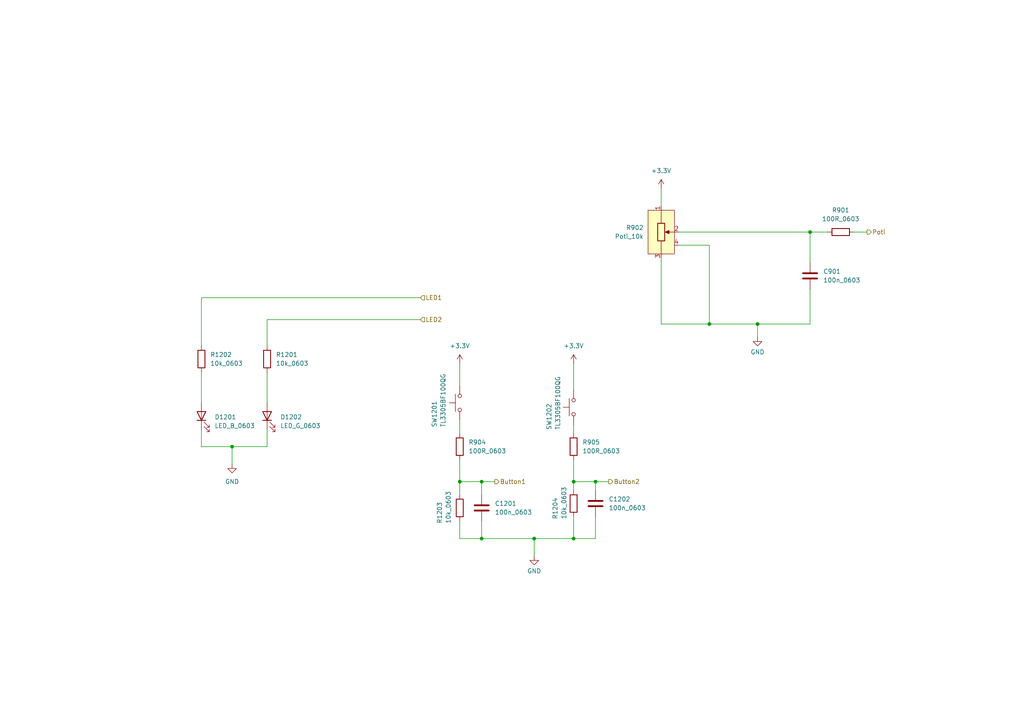
<source format=kicad_sch>
(kicad_sch (version 20250114) (generator "eeschema") (generator_version "9.0")
  (paper "A4")
  (lib_symbols
    (symbol "MYLIB_Misc:Potentiometer" (pin_names (hide yes))
      (property "Reference" "R" (at -7.62 0 90))
      (property "Value" "Poti_10k" (at -5.588 0.508 90))
      (symbol "Potentiometer_0_1"
        (rectangle (start 1.016 2.54) (end -1.016 -2.54) (stroke (width 0.254)))
        (polyline (pts (xy 1.143 0) (xy 2.286 0.508) (xy 2.286 -0.508) (xy 1.143 0)) (fill (type outline)))
        (polyline (pts (xy 2.54 0) (xy 1.524 0)))
      )
      (symbol "Potentiometer_1_1"
        (rectangle (start -3.81 6.35) (end 3.81 -6.35) (fill (type background)))
        (polyline (pts (xy 0 2.54) (xy 0 6.35)))
        (polyline (pts (xy 0 -2.54) (xy 0 -6.35)))
        (polyline (pts (xy 2.54 0) (xy 3.81 0)))
        (pin passive line (at 0 7.62 270) (length 1.27) (name "1") (number "1"))
        (pin passive line (at 0 -7.62 90) (length 1.27) (name "3") (number "3"))
        (pin passive line (at 5.08 0 180) (length 1.27) (name "2") (number "2"))
        (pin passive line (at 5.08 -3.81 180) (length 1.27) (name "4") (number "4"))
        (pin passive line (at 5.08 -3.81 180) (length 1.27) (hide yes) (name "5") (number "5"))
      )
    )
    (symbol "WLIB_C:100n_0603" (pin_numbers (hide yes)) (pin_names (offset 0.254))
      (property "Reference" "C" (at 0.635 2.54 0))
      (property "Value" "100n_0603" (at 0.635 -2.54 0))
      (symbol "100n_0603_0_1"
        (polyline (pts (xy -2.032 0.762) (xy 2.032 0.762)) (stroke (width 0.508)))
        (polyline (pts (xy -2.032 -0.762) (xy 2.032 -0.762)) (stroke (width 0.508)))
      )
      (symbol "100n_0603_1_1"
        (pin passive line (at 0 3.81 270) (length 2.794) (name "~") (number "1"))
        (pin passive line (at 0 -3.81 90) (length 2.794) (name "~") (number "2"))
      )
    )
    (symbol "WLIB_D:LED_B_0603" (pin_numbers (hide yes)) (pin_names (offset 1.016) (hide yes))
      (property "Reference" "D" (at 0 2.54 0))
      (property "Value" "LED_B_0603" (at 0 -3.81 0))
      (symbol "LED_B_0603_0_1"
        (polyline (pts (xy -3.048 -0.762) (xy -4.572 -2.286) (xy -3.81 -2.286) (xy -4.572 -2.286) (xy -4.572 -1.524)))
        (polyline (pts (xy -1.778 -0.762) (xy -3.302 -2.286) (xy -2.54 -2.286) (xy -3.302 -2.286) (xy -3.302 -1.524)))
        (polyline (pts (xy -1.27 0) (xy 1.27 0)))
        (polyline (pts (xy -1.27 -1.27) (xy -1.27 1.27)) (stroke (width 0.254)))
        (polyline (pts (xy 1.27 -1.27) (xy 1.27 1.27) (xy -1.27 0) (xy 1.27 -1.27)) (stroke (width 0.254)))
      )
      (symbol "LED_B_0603_1_1"
        (pin passive line (at -3.81 0 0) (length 2.54) (name "K") (number "1"))
        (pin passive line (at 3.81 0 180) (length 2.54) (name "A") (number "2"))
      )
    )
    (symbol "WLIB_D:LED_G_0603" (pin_numbers (hide yes)) (pin_names (offset 1.016) (hide yes))
      (property "Reference" "D" (at 0 2.54 0))
      (property "Value" "LED_G_0603" (at 0 -3.81 0))
      (symbol "LED_G_0603_0_1"
        (polyline (pts (xy -3.048 -0.762) (xy -4.572 -2.286) (xy -3.81 -2.286) (xy -4.572 -2.286) (xy -4.572 -1.524)))
        (polyline (pts (xy -1.778 -0.762) (xy -3.302 -2.286) (xy -2.54 -2.286) (xy -3.302 -2.286) (xy -3.302 -1.524)))
        (polyline (pts (xy -1.27 0) (xy 1.27 0)))
        (polyline (pts (xy -1.27 -1.27) (xy -1.27 1.27)) (stroke (width 0.254)))
        (polyline (pts (xy 1.27 -1.27) (xy 1.27 1.27) (xy -1.27 0) (xy 1.27 -1.27)) (stroke (width 0.254)))
      )
      (symbol "LED_G_0603_1_1"
        (pin passive line (at -3.81 0 0) (length 2.54) (name "K") (number "1"))
        (pin passive line (at 3.81 0 180) (length 2.54) (name "A") (number "2"))
      )
    )
    (symbol "WLIB_R:100R_0603" (pin_numbers (hide yes)) (pin_names (offset 0))
      (property "Reference" "R" (at 2.032 0 90))
      (property "Value" "100R_0603" (at -2.54 0 90))
      (symbol "100R_0603_0_1"
        (rectangle (start -1.016 -2.54) (end 1.016 2.54) (stroke (width 0.254)))
      )
      (symbol "100R_0603_1_1"
        (pin passive line (at 0 3.81 270) (length 1.27) (name "~") (number "1"))
        (pin passive line (at 0 -3.81 90) (length 1.27) (name "~") (number "2"))
      )
    )
    (symbol "WLIB_R:10k_0603" (pin_numbers (hide yes)) (pin_names (offset 0))
      (property "Reference" "R" (at 2.032 0 90))
      (property "Value" "10k_0603" (at -2.54 0 90))
      (symbol "10k_0603_0_1"
        (rectangle (start -1.016 -2.54) (end 1.016 2.54) (stroke (width 0.254)))
      )
      (symbol "10k_0603_1_1"
        (pin passive line (at 0 3.81 270) (length 1.27) (name "~") (number "1"))
        (pin passive line (at 0 -3.81 90) (length 1.27) (name "~") (number "2"))
      )
    )
    (symbol "WLIB_S:TL3305BF100QG" (pin_numbers (hide yes)) (pin_names (offset 1.016) (hide yes))
      (property "Reference" "SW" (at 1.27 2.54 0))
      (property "Value" "TL3305BF100QG" (at 0 -2.54 0))
      (symbol "TL3305BF100QG_0_1"
        (circle (center -2.032 0) (radius 0.508))
        (polyline (pts (xy 0 1.27) (xy 0 3.048)))
        (circle (center 2.032 0) (radius 0.508))
        (polyline (pts (xy 2.54 1.27) (xy -2.54 1.27)))
        (pin passive line (at -5.08 0 0) (length 2.54) (name "1") (number "1"))
        (pin passive line (at 5.08 0 180) (length 2.54) (name "2") (number "2"))
      )
    )
    (symbol "power:+3.3V" (power) (pin_numbers (hide yes)) (pin_names (offset 0) (hide yes))
      (property "Value" "+3.3V" (at 0 3.556 0))
      (symbol "+3.3V_0_1"
        (polyline (pts (xy -0.762 1.27) (xy 0 2.54)))
        (polyline (pts (xy 0 2.54) (xy 0.762 1.27)))
        (polyline (pts (xy 0 0) (xy 0 2.54)))
      )
      (symbol "+3.3V_1_1"
        (pin power_in line (at 0 0 90) (length 0) (name "~") (number "1"))
      )
    )
    (symbol "power:GND" (power) (pin_numbers (hide yes)) (pin_names (offset 0) (hide yes))
      (property "Value" "GND" (at 0 -3.81 0))
      (symbol "GND_0_1"
        (polyline (pts (xy 0 0) (xy 0 -1.27) (xy 1.27 -1.27) (xy 0 -2.54) (xy -1.27 -1.27) (xy 0 -1.27)))
      )
      (symbol "GND_1_1"
        (pin power_in line (at 0 0 270) (length 0) (name "~") (number "1"))
      )
    )
  )
  (junction (at 133.35 139.7))
  (junction (at 172.72 139.7))
  (junction (at 139.7 156.21))
  (junction (at 166.37 139.7))
  (junction (at 219.71 93.98))
  (junction (at 234.95 67.31))
  (junction (at 166.37 156.21))
  (junction (at 67.31 129.54))
  (junction (at 139.7 139.7))
  (junction (at 205.74 93.98))
  (junction (at 154.94 156.21))
  (wire (pts (xy 154.94 161.29) (xy 154.94 156.21)))
  (wire (pts (xy 67.31 129.54) (xy 77.47 129.54)))
  (wire (pts (xy 77.47 92.71) (xy 77.47 100.33)))
  (wire (pts (xy 77.47 107.95) (xy 77.47 116.84)))
  (wire (pts (xy 172.72 139.7) (xy 176.53 139.7)))
  (wire (pts (xy 219.71 93.98) (xy 219.71 97.79)))
  (wire (pts (xy 166.37 156.21) (xy 172.72 156.21)))
  (wire (pts (xy 133.35 105.41) (xy 133.35 111.76)))
  (wire (pts (xy 133.35 139.7) (xy 133.35 143.51)))
  (wire (pts (xy 139.7 151.13) (xy 139.7 156.21)))
  (wire (pts (xy 219.71 93.98) (xy 234.95 93.98)))
  (wire (pts (xy 154.94 156.21) (xy 139.7 156.21)))
  (wire (pts (xy 139.7 156.21) (xy 133.35 156.21)))
  (wire (pts (xy 234.95 67.31) (xy 234.95 76.2)))
  (wire (pts (xy 154.94 156.21) (xy 166.37 156.21)))
  (wire (pts (xy 191.77 93.98) (xy 205.74 93.98)))
  (wire (pts (xy 205.74 93.98) (xy 219.71 93.98)))
  (wire (pts (xy 166.37 105.41) (xy 166.37 113.03)))
  (wire (pts (xy 58.42 129.54) (xy 67.31 129.54)))
  (wire (pts (xy 133.35 156.21) (xy 133.35 151.13)))
  (wire (pts (xy 133.35 139.7) (xy 139.7 139.7)))
  (wire (pts (xy 172.72 149.86) (xy 172.72 156.21)))
  (wire (pts (xy 205.74 71.12) (xy 205.74 93.98)))
  (wire (pts (xy 133.35 133.35) (xy 133.35 139.7)))
  (wire (pts (xy 166.37 133.35) (xy 166.37 139.7)))
  (wire (pts (xy 166.37 156.21) (xy 166.37 149.86)))
  (wire (pts (xy 166.37 139.7) (xy 166.37 142.24)))
  (wire (pts (xy 234.95 67.31) (xy 240.03 67.31)))
  (wire (pts (xy 58.42 107.95) (xy 58.42 116.84)))
  (wire (pts (xy 139.7 139.7) (xy 143.51 139.7)))
  (wire (pts (xy 121.92 92.71) (xy 77.47 92.71)))
  (wire (pts (xy 166.37 123.19) (xy 166.37 125.73)))
  (wire (pts (xy 247.65 67.31) (xy 251.46 67.31)))
  (wire (pts (xy 77.47 129.54) (xy 77.47 124.46)))
  (wire (pts (xy 67.31 129.54) (xy 67.31 134.62)))
  (wire (pts (xy 196.85 71.12) (xy 205.74 71.12)))
  (wire (pts (xy 234.95 83.82) (xy 234.95 93.98)))
  (wire (pts (xy 121.92 86.36) (xy 58.42 86.36)))
  (wire (pts (xy 166.37 139.7) (xy 172.72 139.7)))
  (wire (pts (xy 196.85 67.31) (xy 234.95 67.31)))
  (wire (pts (xy 58.42 124.46) (xy 58.42 129.54)))
  (wire (pts (xy 191.77 74.93) (xy 191.77 93.98)))
  (wire (pts (xy 139.7 143.51) (xy 139.7 139.7)))
  (wire (pts (xy 191.77 54.61) (xy 191.77 59.69)))
  (wire (pts (xy 58.42 86.36) (xy 58.42 100.33)))
  (wire (pts (xy 133.35 121.92) (xy 133.35 125.73)))
  (wire (pts (xy 172.72 142.24) (xy 172.72 139.7)))
  (hierarchical_label "Button2" (shape output) (at 176.53 139.7 0))
  (hierarchical_label "LED2" (shape input) (at 121.92 92.71 0))
  (hierarchical_label "LED1" (shape input) (at 121.92 86.36 0))
  (hierarchical_label "Poti" (shape output) (at 251.46 67.31 0))
  (hierarchical_label "Button1" (shape output) (at 143.51 139.7 0))
  (symbol (lib_id "power:GND") (at 154.94 161.29 0) (unit 1)
    (property "Reference" "#PWR01204" (effects (hide yes)))
    (property "Value" "GND" (at 154.94 165.608 0))
    (property "Description" "Power symbol creates a global label with name \"GND\" , ground" (effects (hide yes)))
  )
  (symbol (lib_id "power:+3.3V") (at 133.35 105.41 0) (unit 1)
    (property "Reference" "#PWR01202" (effects (hide yes)))
    (property "Value" "+3.3V" (at 133.35 100.33 0))
    (property "Description" "Power symbol creates a global label with name \"+3.3V\"" (effects (hide yes)))
  )
  (symbol (lib_id "WLIB_R:10k_0603") (at 166.37 146.05 0) (unit 1)
    (property "Reference" "R1204" (at 161.036 150.622 90) (effects (justify left)))
    (property "Value" "10k_0603" (at 163.576 150.622 90) (effects (justify left)))
    (property "Footprint" "Resistor_SMD:R_0603_1608Metric" (effects (hide yes)))
    (property "Datasheet" "https://www.farnell.com/datasheets/2860681.pdf" (effects (hide yes)))
    (property "Description" "Resistor" (effects (hide yes)))
    (property "FARNELL" "2447230" (effects (hide yes)))
    (property "Rated Power" "100mW" (effects (hide yes)))
    (property "JLCPCB" "C25804" (effects (hide yes)))
  )
  (symbol (lib_id "WLIB_C:100n_0603") (at 139.7 147.32 0) (unit 1)
    (property "Reference" "C1201" (at 143.51 146.0499 0) (effects (justify left)))
    (property "Value" "100n_0603" (at 143.51 148.5899 0) (effects (justify left)))
    (property "Footprint" "WLIB_Capacitor:C_0603" (effects (hide yes)))
    (property "Datasheet" "https://www.farnell.com/datasheets/2860632.pdf" (effects (hide yes)))
    (property "Description" "Unpolarized capacitor SMD MLCC" (effects (hide yes)))
    (property "FARNELL" "1759037" (effects (hide yes)))
    (property "VDC" "25V" (effects (hide yes)))
    (property "JLCPCB" "C2762593" (effects (hide yes)))
  )
  (symbol (lib_id "MYLIB_Misc:Potentiometer") (at 191.77 67.31 0) (unit 1)
    (property "Reference" "R902" (at 186.69 66.0399 0) (effects (justify right)))
    (property "Value" "Poti_10k" (at 186.69 68.5799 0) (effects (justify right)))
    (property "Footprint" "MYLIB_Misc:RK09D1130A1N" (effects (hide yes)))
    (property "Datasheet" "https://www.mouser.com/catalog/specsheets/AlpsAlpine_3-4-2024_rk09k.pdf" (effects (hide yes)))
    (property "Description" "Compact type potentiometer with 9.8mm width is ideal for designing high density sets" (effects (hide yes)))
    (property "Mouser nr" "688-RK09D1130A1N " (effects (hide yes)))
  )
  (symbol (lib_id "power:+3.3V") (at 191.77 54.61 0) (unit 1)
    (property "Reference" "#PWR0903" (effects (hide yes)))
    (property "Value" "+3.3V" (at 191.77 49.53 0))
    (property "Description" "Power symbol creates a global label with name \"+3.3V\"" (effects (hide yes)))
  )
  (symbol (lib_id "WLIB_R:10k_0603") (at 77.47 104.14 0) (unit 1)
    (property "Reference" "R1201" (at 80.01 102.8699 0) (effects (justify left)))
    (property "Value" "10k_0603" (at 80.01 105.4099 0) (effects (justify left)))
    (property "Footprint" "Resistor_SMD:R_0603_1608Metric" (effects (hide yes)))
    (property "Datasheet" "https://www.farnell.com/datasheets/2860681.pdf" (effects (hide yes)))
    (property "Description" "Resistor" (effects (hide yes)))
    (property "FARNELL" "2447230" (effects (hide yes)))
    (property "Rated Power" "100mW" (effects (hide yes)))
    (property "JLCPCB" "C25804" (effects (hide yes)))
  )
  (symbol (lib_id "WLIB_S:TL3305BF100QG") (at 166.37 118.11 90) (unit 1)
    (property "Reference" "SW1202" (at 159.258 124.714 0) (effects (justify left)))
    (property "Value" "TL3305BF100QG" (at 161.798 124.714 0) (effects (justify left)))
    (property "Footprint" "WLIB_Button_Switch:TL3305BF160QG" (effects (hide yes)))
    (property "Datasheet" "https://www.mouser.de/datasheet/2/140/E_Switch_TL3305-3483957.pdf" (effects (hide yes)))
    (property "Description" "Push button switch, two pins" (effects (hide yes)))
    (property "mouser" "612-TL3305BF100QG" (effects (hide yes)))
    (property "max. current" "50 mA" (effects (hide yes)))
    (property "max. voltage" "12 V" (effects (hide yes)))
  )
  (symbol (lib_id "power:GND") (at 67.31 134.62 0) (unit 1)
    (property "Reference" "#PWR01201" (effects (hide yes)))
    (property "Value" "GND" (at 67.31 139.7 0))
    (property "Description" "Power symbol creates a global label with name \"GND\" , ground" (effects (hide yes)))
  )
  (symbol (lib_id "WLIB_S:TL3305BF100QG") (at 133.35 116.84 90) (unit 1)
    (property "Reference" "SW1201" (at 125.984 123.952 0) (effects (justify left)))
    (property "Value" "TL3305BF100QG" (at 128.524 123.952 0) (effects (justify left)))
    (property "Footprint" "WLIB_Button_Switch:TL3305BF160QG" (effects (hide yes)))
    (property "Datasheet" "https://www.mouser.de/datasheet/2/140/E_Switch_TL3305-3483957.pdf" (effects (hide yes)))
    (property "Description" "Push button switch, two pins" (effects (hide yes)))
    (property "mouser" "612-TL3305BF100QG" (effects (hide yes)))
    (property "max. current" "50 mA" (effects (hide yes)))
    (property "max. voltage" "12 V" (effects (hide yes)))
  )
  (symbol (lib_id "power:GND") (at 219.71 97.79 0) (unit 1)
    (property "Reference" "#PWR0902" (effects (hide yes)))
    (property "Value" "GND" (at 219.71 102.108 0))
    (property "Description" "Power symbol creates a global label with name \"GND\" , ground" (effects (hide yes)))
  )
  (symbol (lib_id "WLIB_R:100R_0603") (at 133.35 129.54 0) (unit 1)
    (property "Reference" "R904" (at 135.89 128.2699 0) (effects (justify left)))
    (property "Value" "100R_0603" (at 135.89 130.8099 0) (effects (justify left)))
    (property "Footprint" "Resistor_SMD:R_0603_1608Metric" (effects (hide yes)))
    (property "Datasheet" "https://www.farnell.com/datasheets/1862611.pdf" (effects (hide yes)))
    (property "Description" "Resistor" (effects (hide yes)))
    (property "FARNELL" "2078901" (effects (hide yes)))
    (property "Rated Power" "100mW" (effects (hide yes)))
    (property "JLCPCB" "C491168" (effects (hide yes)))
  )
  (symbol (lib_id "WLIB_R:100R_0603") (at 243.84 67.31 90) (unit 1)
    (property "Reference" "R901" (at 243.84 60.96 90))
    (property "Value" "100R_0603" (at 243.84 63.5 90))
    (property "Footprint" "Resistor_SMD:R_0603_1608Metric" (effects (hide yes)))
    (property "Datasheet" "https://www.farnell.com/datasheets/1862611.pdf" (effects (hide yes)))
    (property "Description" "Resistor" (effects (hide yes)))
    (property "FARNELL" "2078901" (effects (hide yes)))
    (property "Rated Power" "100mW" (effects (hide yes)))
    (property "JLCPCB" "C491168" (effects (hide yes)))
  )
  (symbol (lib_id "WLIB_R:10k_0603") (at 58.42 104.14 0) (unit 1)
    (property "Reference" "R1202" (at 60.96 102.8699 0) (effects (justify left)))
    (property "Value" "10k_0603" (at 60.96 105.4099 0) (effects (justify left)))
    (property "Footprint" "Resistor_SMD:R_0603_1608Metric" (effects (hide yes)))
    (property "Datasheet" "https://www.farnell.com/datasheets/2860681.pdf" (effects (hide yes)))
    (property "Description" "Resistor" (effects (hide yes)))
    (property "FARNELL" "2447230" (effects (hide yes)))
    (property "Rated Power" "100mW" (effects (hide yes)))
    (property "JLCPCB" "C25804" (effects (hide yes)))
  )
  (symbol (lib_id "WLIB_D:LED_G_0603") (at 77.47 120.65 90) (unit 1)
    (property "Reference" "D1202" (at 81.28 120.9674 90) (effects (justify right)))
    (property "Value" "LED_G_0603" (at 81.28 123.5074 90) (effects (justify right)))
    (property "Footprint" "WLIB_DO:LED_0603_1608Metric" (effects (hide yes)))
    (property "Datasheet" "https://www.farnell.com/datasheets/2068423.pdf" (effects (hide yes)))
    (property "Description" "Light emitting diode" (effects (hide yes)))
    (property "FARNELL" "2610409" (effects (hide yes)))
    (property "Max DC Current" "25mA" (effects (hide yes)))
    (property "Forward Voltage" "2.65 V @ 2mA" (effects (hide yes)))
    (property "JLCPCB" "C965805" (effects (hide yes)))
  )
  (symbol (lib_id "WLIB_R:100R_0603") (at 166.37 129.54 0) (unit 1)
    (property "Reference" "R905" (at 168.91 128.2699 0) (effects (justify left)))
    (property "Value" "100R_0603" (at 168.91 130.8099 0) (effects (justify left)))
    (property "Footprint" "Resistor_SMD:R_0603_1608Metric" (effects (hide yes)))
    (property "Datasheet" "https://www.farnell.com/datasheets/1862611.pdf" (effects (hide yes)))
    (property "Description" "Resistor" (effects (hide yes)))
    (property "FARNELL" "2078901" (effects (hide yes)))
    (property "Rated Power" "100mW" (effects (hide yes)))
    (property "JLCPCB" "C491168" (effects (hide yes)))
  )
  (symbol (lib_id "WLIB_R:10k_0603") (at 133.35 147.32 0) (unit 1)
    (property "Reference" "R1203" (at 127.508 151.892 90) (effects (justify left)))
    (property "Value" "10k_0603" (at 130.048 151.892 90) (effects (justify left)))
    (property "Footprint" "Resistor_SMD:R_0603_1608Metric" (effects (hide yes)))
    (property "Datasheet" "https://www.farnell.com/datasheets/2860681.pdf" (effects (hide yes)))
    (property "Description" "Resistor" (effects (hide yes)))
    (property "FARNELL" "2447230" (effects (hide yes)))
    (property "Rated Power" "100mW" (effects (hide yes)))
    (property "JLCPCB" "C25804" (effects (hide yes)))
  )
  (symbol (lib_id "WLIB_C:100n_0603") (at 234.95 80.01 0) (unit 1)
    (property "Reference" "C901" (at 238.76 78.7399 0) (effects (justify left)))
    (property "Value" "100n_0603" (at 238.76 81.2799 0) (effects (justify left)))
    (property "Footprint" "WLIB_Capacitor:C_0603" (effects (hide yes)))
    (property "Datasheet" "https://www.farnell.com/datasheets/2860632.pdf" (effects (hide yes)))
    (property "Description" "Unpolarized capacitor SMD MLCC" (effects (hide yes)))
    (property "FARNELL" "1759037" (effects (hide yes)))
    (property "VDC" "25V" (effects (hide yes)))
    (property "JLCPCB" "C2762593" (effects (hide yes)))
  )
  (symbol (lib_id "WLIB_C:100n_0603") (at 172.72 146.05 0) (unit 1)
    (property "Reference" "C1202" (at 176.53 144.7799 0) (effects (justify left)))
    (property "Value" "100n_0603" (at 176.53 147.3199 0) (effects (justify left)))
    (property "Footprint" "WLIB_Capacitor:C_0603" (effects (hide yes)))
    (property "Datasheet" "https://www.farnell.com/datasheets/2860632.pdf" (effects (hide yes)))
    (property "Description" "Unpolarized capacitor SMD MLCC" (effects (hide yes)))
    (property "FARNELL" "1759037" (effects (hide yes)))
    (property "VDC" "25V" (effects (hide yes)))
    (property "JLCPCB" "C2762593" (effects (hide yes)))
  )
  (symbol (lib_id "power:+3.3V") (at 166.37 105.41 0) (unit 1)
    (property "Reference" "#PWR01203" (effects (hide yes)))
    (property "Value" "+3.3V" (at 166.37 100.33 0))
    (property "Description" "Power symbol creates a global label with name \"+3.3V\"" (effects (hide yes)))
  )
  (symbol (lib_id "WLIB_D:LED_B_0603") (at 58.42 120.65 90) (unit 1)
    (property "Reference" "D1201" (at 62.23 120.9674 90) (effects (justify right)))
    (property "Value" "LED_B_0603" (at 62.23 123.5074 90) (effects (justify right)))
    (property "Footprint" "WLIB_DO:LED_0603_1608Metric" (effects (hide yes)))
    (property "Datasheet" "https://www.farnell.com/datasheets/2068424.pdf" (effects (hide yes)))
    (property "Description" "Light emitting diode" (effects (hide yes)))
    (property "FARNELL" "2610410" (effects (hide yes)))
    (property "Max DC Current" "30mA" (effects (hide yes)))
    (property "Forward Voltage" "2.65V @ 2mA" (effects (hide yes)))
    (property "JLCPCB" "C19171394" (effects (hide yes)))
  )
)
</source>
